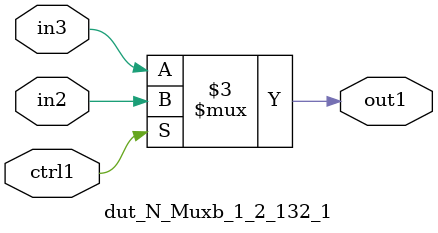
<source format=v>

`timescale 1ps / 1ps


module dut_N_Muxb_1_2_132_1( in3, in2, ctrl1, out1 );

    input in3;
    input in2;
    input ctrl1;
    output out1;
    reg out1;

    
    // rtl_process:dut_N_Muxb_1_2_132_1/dut_N_Muxb_1_2_132_1_thread_1
    always @*
      begin : dut_N_Muxb_1_2_132_1_thread_1
        case (ctrl1) 
          1'b1: 
            begin
              out1 = in2;
            end
          default: 
            begin
              out1 = in3;
            end
        endcase
      end

endmodule



</source>
